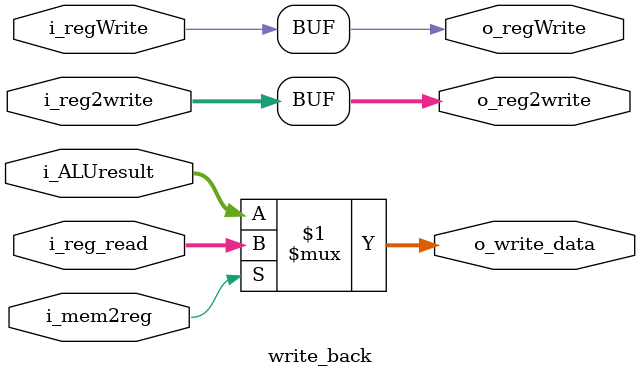
<source format=v>
module write_back
#(
    parameter NB_DATA = 32,
    parameter NB_ADDR = 5,
    parameter NB_REG  = 1
)
(
    input   wire    [NB_DATA-1: 0]  i_reg_read      ,//! data from memory 
    input   wire    [NB_DATA-1: 0]  i_ALUresult     ,//! alu result
    input   wire    [4:0]           i_reg2write     ,//! o_write_reg from execute (rd or rt)

    input   wire                    i_mem2reg       , //! 1-> guardo el valor de leído || 0-> guardo valor de alu
    input   wire                    i_regWrite      , //! writes the value

    output  wire    [NB_DATA-1: 0]  o_write_data    , //! data2write
    output  wire    [4:0]           o_reg2write     , //! dst reg
    output  wire                    o_regWrite        //!ctrl signal
);



    assign o_write_data = (i_mem2reg) ? 
                                        i_reg_read  :
                                        i_ALUresult ;
                                    
    assign o_reg2write = i_reg2write                ;
    assign o_regWrite  = i_regWrite                 ; //ctrl signal



endmodule

</source>
